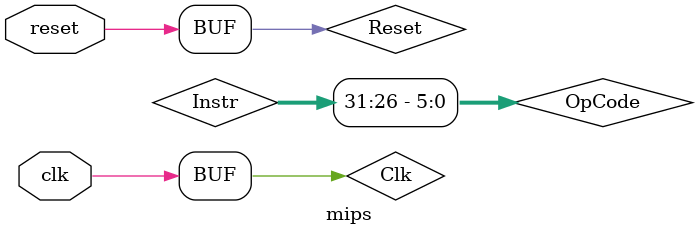
<source format=v>
`timescale 1ns / 1ps
module mips(
    input clk,
    input reset
    );

	assign Clk = clk;
	assign Reset = reset;
	
	wire ALUSrc, RegWrite, MemWrite;
	wire [1:0] RegDst, DataSrc, NPC_Sel, ExtOp;
	wire [2:0] ALUOp;
	wire [31:0]Instr;
	datapath Datapath (
    .RegDst(RegDst), 
    .ALUSrc(ALUSrc), 
    .DataSrc(DataSrc), 
    .RegWrite(RegWrite), 
    .MemWrite(MemWrite), 
    .NPC_Sel(NPC_Sel), 
    .ExtOp(ExtOp), 
    .ALUOp(ALUOp), 
    .Clk(Clk), 
    .Reset(Reset), 
    .Instr(Instr)
    );
	
	wire [5:0] OpCode, Funct;
	assign OpCode = Instr[31:26];
	assign Funct = Instr[5:0];
	ctrl Controller (
    .OpCode(OpCode), 
    .Funct(Funct), 
    .RegDst(RegDst), 
    .ALUSrc(ALUSrc), 
    .DataSrc(DataSrc), 
    .RegWrite(RegWrite), 
    .MemWrite(MemWrite), 
    .NPC_Sel(NPC_Sel), 
    .ExtOp(ExtOp), 
    .ALUOp(ALUOp)
    );

endmodule

</source>
